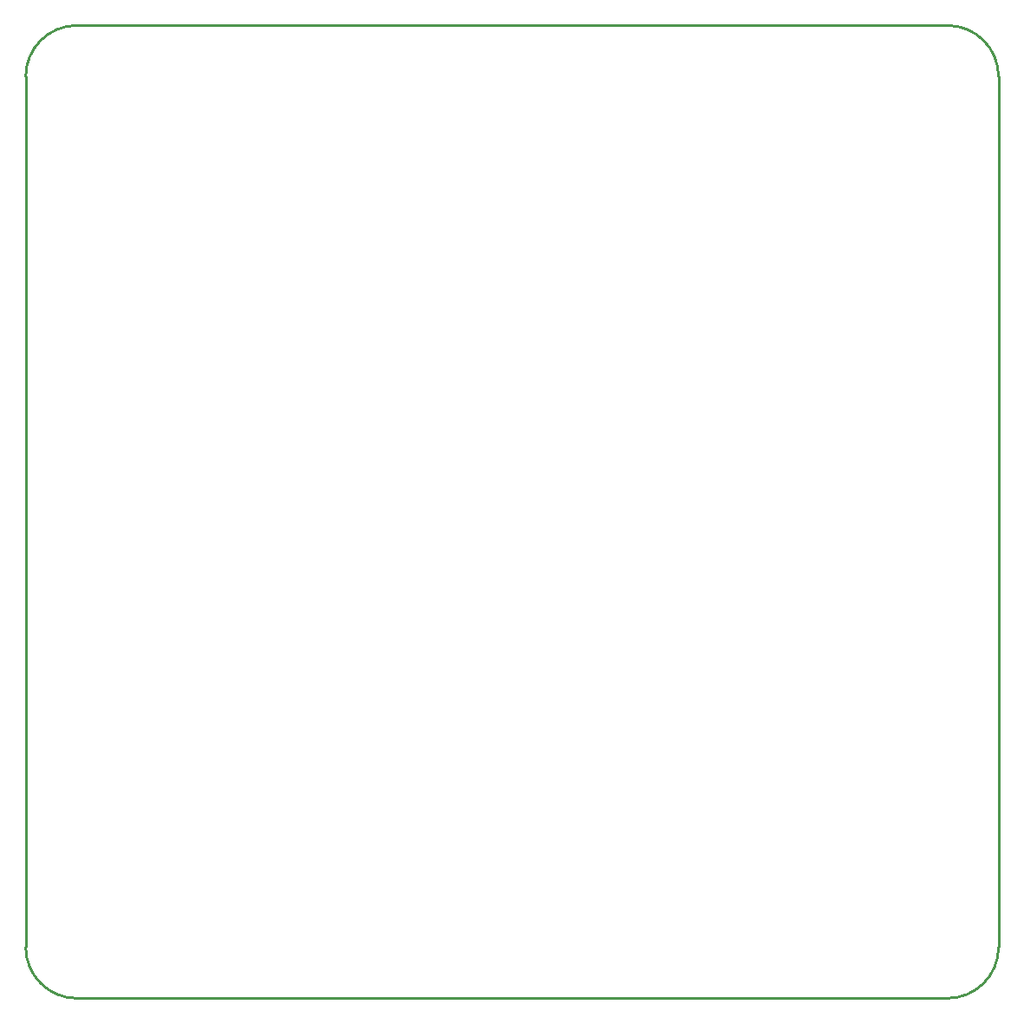
<source format=gm1>
G04*
G04 #@! TF.GenerationSoftware,Altium Limited,Altium Designer,21.0.8 (223)*
G04*
G04 Layer_Color=16711935*
%FSLAX25Y25*%
%MOIN*%
G70*
G04*
G04 #@! TF.SameCoordinates,9A741BFF-CE4B-45F5-BAAB-659130A2A11A*
G04*
G04*
G04 #@! TF.FilePolarity,Positive*
G04*
G01*
G75*
%ADD10C,0.01000*%
D10*
X354331D02*
G03*
X374016Y19685I-0J19685D01*
G01*
Y354331D02*
G03*
X354331Y374016I-19685J-0D01*
G01*
X19685D02*
G03*
X0Y354331I0J-19685D01*
G01*
Y19685D02*
G03*
X19685Y0I19685J0D01*
G01*
Y374016D02*
X354331D01*
X374016Y19685D02*
Y354331D01*
X0Y19685D02*
Y354331D01*
X19685Y0D02*
X354331D01*
M02*

</source>
